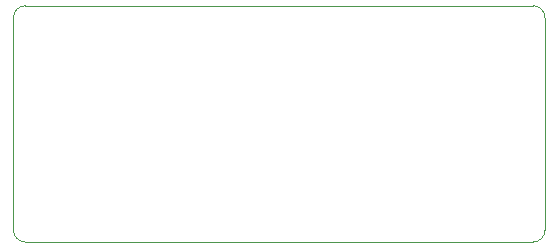
<source format=gbr>
G04*
G04 #@! TF.GenerationSoftware,Altium Limited,Altium Designer,24.6.1 (21)*
G04*
G04 Layer_Color=0*
%FSLAX25Y25*%
%MOIN*%
G70*
G04*
G04 #@! TF.SameCoordinates,848F02FD-2630-40CC-A56B-9648625414CD*
G04*
G04*
G04 #@! TF.FilePolarity,Positive*
G04*
G01*
G75*
%ADD38C,0.00100*%
D38*
X0Y3937D02*
X0Y74803D01*
D02*
G02*
X3937Y78740I3937J0D01*
G01*
X173228D01*
D02*
G02*
X177165Y74803I-0J-3937D01*
G01*
Y3946D01*
D02*
G02*
X173228Y0I-3937J-9D01*
G01*
X3937Y0D01*
D02*
G02*
X0Y3937I-0J3937D01*
G01*
M02*

</source>
